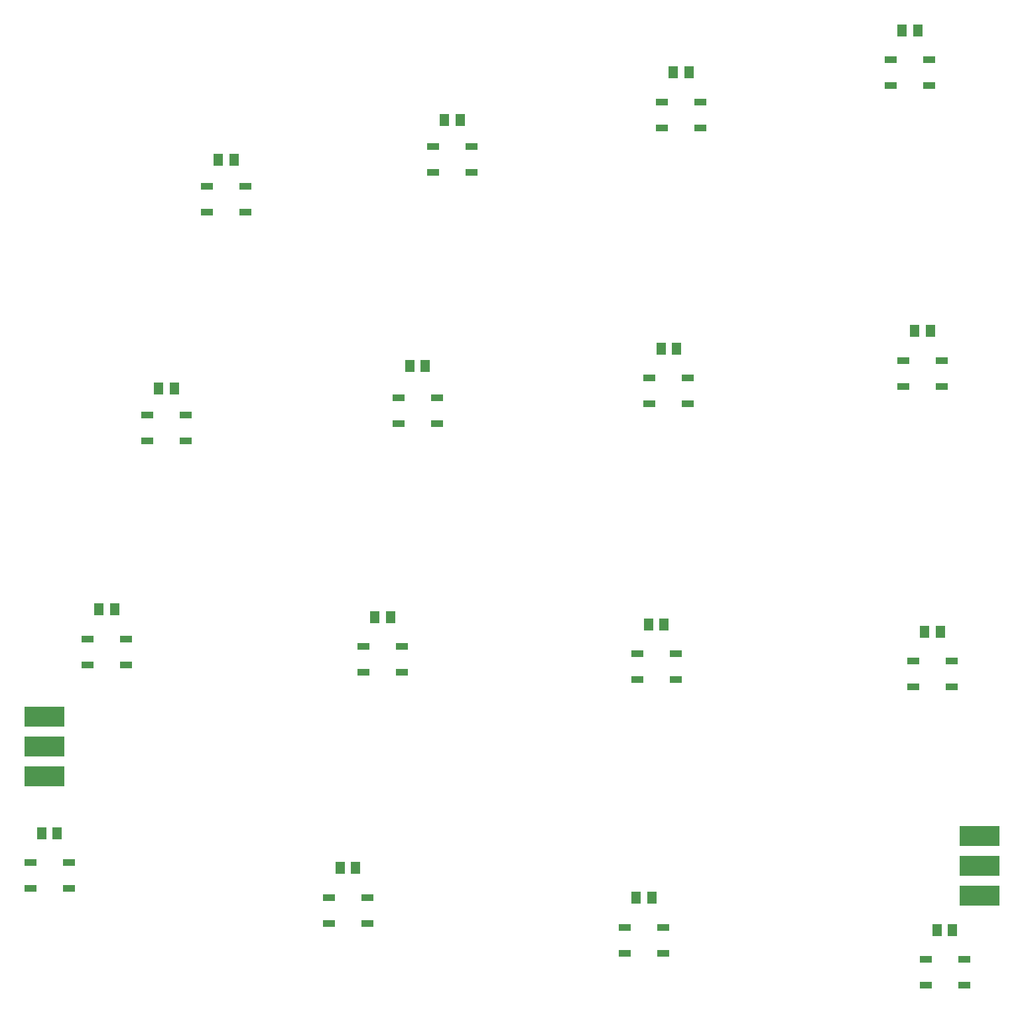
<source format=gtp>
G75*
G70*
%OFA0B0*%
%FSLAX24Y24*%
%IPPOS*%
%LPD*%
%AMOC8*
5,1,8,0,0,1.08239X$1,22.5*
%
%ADD10R,0.0591X0.0354*%
%ADD11R,0.0512X0.0630*%
%ADD12R,0.2000X0.1000*%
D10*
X021045Y020110D03*
X021045Y021410D03*
X022975Y021410D03*
X022975Y020110D03*
X023920Y031360D03*
X023920Y032660D03*
X025850Y032660D03*
X025850Y031360D03*
X037795Y030985D03*
X037795Y032285D03*
X039725Y032285D03*
X039725Y030985D03*
X051545Y030610D03*
X051545Y031910D03*
X053475Y031910D03*
X053475Y030610D03*
X065420Y030235D03*
X065420Y031535D03*
X067350Y031535D03*
X067350Y030235D03*
X052850Y018160D03*
X052850Y016860D03*
X050920Y016860D03*
X050920Y018160D03*
X037975Y018360D03*
X037975Y019660D03*
X036045Y019660D03*
X036045Y018360D03*
X028850Y042610D03*
X028850Y043910D03*
X026920Y043910D03*
X026920Y042610D03*
X039545Y043485D03*
X039545Y044785D03*
X041475Y044785D03*
X041475Y043485D03*
X052170Y044485D03*
X052170Y045785D03*
X054100Y045785D03*
X054100Y044485D03*
X064920Y045360D03*
X064920Y046660D03*
X066850Y046660D03*
X066850Y045360D03*
X054725Y058360D03*
X054725Y059660D03*
X052795Y059660D03*
X052795Y058360D03*
X043225Y057410D03*
X043225Y056110D03*
X041295Y056110D03*
X041295Y057410D03*
X031850Y055410D03*
X031850Y054110D03*
X029920Y054110D03*
X029920Y055410D03*
X064295Y060485D03*
X064295Y061785D03*
X066225Y061785D03*
X066225Y060485D03*
X066045Y016535D03*
X066045Y015235D03*
X067975Y015235D03*
X067975Y016535D03*
D11*
X067404Y018010D03*
X066616Y018010D03*
X052279Y019635D03*
X051491Y019635D03*
X037404Y021135D03*
X036616Y021135D03*
X038366Y033760D03*
X039154Y033760D03*
X052116Y033385D03*
X052904Y033385D03*
X065991Y033010D03*
X066779Y033010D03*
X053529Y047260D03*
X052741Y047260D03*
X040904Y046385D03*
X040116Y046385D03*
X031279Y056760D03*
X030491Y056760D03*
X041866Y058760D03*
X042654Y058760D03*
X053366Y061135D03*
X054154Y061135D03*
X064866Y063260D03*
X065654Y063260D03*
X065491Y048135D03*
X066279Y048135D03*
X028279Y045260D03*
X027491Y045260D03*
X025279Y034135D03*
X024491Y034135D03*
X022404Y022885D03*
X021616Y022885D03*
D12*
X021760Y025760D03*
X021760Y027260D03*
X021760Y028760D03*
X068760Y022760D03*
X068760Y021260D03*
X068760Y019760D03*
M02*

</source>
